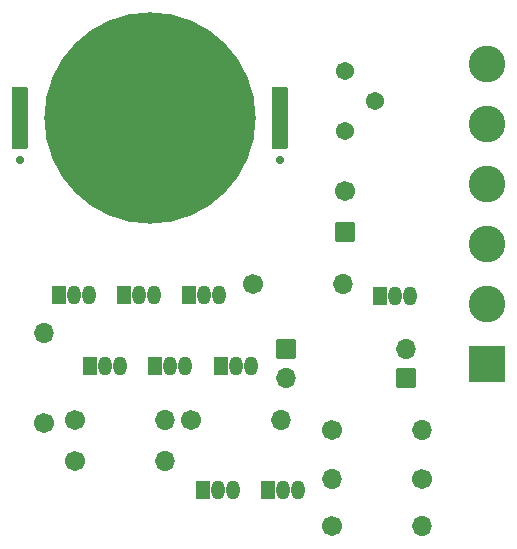
<source format=gbr>
%TF.GenerationSoftware,KiCad,Pcbnew,8.0.9-1.fc41*%
%TF.CreationDate,2025-05-30T14:30:08-05:00*%
%TF.ProjectId,transistor-amp,7472616e-7369-4737-946f-722d616d702e,rev?*%
%TF.SameCoordinates,Original*%
%TF.FileFunction,Soldermask,Bot*%
%TF.FilePolarity,Negative*%
%FSLAX46Y46*%
G04 Gerber Fmt 4.6, Leading zero omitted, Abs format (unit mm)*
G04 Created by KiCad (PCBNEW 8.0.9-1.fc41) date 2025-05-30 14:30:08*
%MOMM*%
%LPD*%
G01*
G04 APERTURE LIST*
G04 Aperture macros list*
%AMRoundRect*
0 Rectangle with rounded corners*
0 $1 Rounding radius*
0 $2 $3 $4 $5 $6 $7 $8 $9 X,Y pos of 4 corners*
0 Add a 4 corners polygon primitive as box body*
4,1,4,$2,$3,$4,$5,$6,$7,$8,$9,$2,$3,0*
0 Add four circle primitives for the rounded corners*
1,1,$1+$1,$2,$3*
1,1,$1+$1,$4,$5*
1,1,$1+$1,$6,$7*
1,1,$1+$1,$8,$9*
0 Add four rect primitives between the rounded corners*
20,1,$1+$1,$2,$3,$4,$5,0*
20,1,$1+$1,$4,$5,$6,$7,0*
20,1,$1+$1,$6,$7,$8,$9,0*
20,1,$1+$1,$8,$9,$2,$3,0*%
G04 Aperture macros list end*
%ADD10RoundRect,0.050800X-0.525000X-0.750000X0.525000X-0.750000X0.525000X0.750000X-0.525000X0.750000X0*%
%ADD11O,1.151600X1.601600*%
%ADD12RoundRect,0.050800X0.800000X-0.800000X0.800000X0.800000X-0.800000X0.800000X-0.800000X-0.800000X0*%
%ADD13C,1.701600*%
%ADD14O,1.701600X1.701600*%
%ADD15RoundRect,0.050800X-0.800000X-0.800000X0.800000X-0.800000X0.800000X0.800000X-0.800000X0.800000X0*%
%ADD16RoundRect,0.050800X0.800000X0.800000X-0.800000X0.800000X-0.800000X-0.800000X0.800000X-0.800000X0*%
%ADD17RoundRect,0.050800X1.500000X-1.500000X1.500000X1.500000X-1.500000X1.500000X-1.500000X-1.500000X0*%
%ADD18C,3.101600*%
%ADD19C,1.541600*%
%ADD20RoundRect,0.050800X-0.635000X-2.540000X0.635000X-2.540000X0.635000X2.540000X-0.635000X2.540000X0*%
%ADD21C,17.901600*%
%ADD22C,0.701600*%
G04 APERTURE END LIST*
D10*
%TO.C,Q8*%
X96460000Y-93000000D03*
D11*
X97730000Y-93000000D03*
X99000000Y-93000000D03*
%TD*%
D12*
%TO.C,C1*%
X108500000Y-71152651D03*
D13*
X108500000Y-67652651D03*
%TD*%
D10*
%TO.C,Q9*%
X111460000Y-76500000D03*
D11*
X112730000Y-76500000D03*
X114000000Y-76500000D03*
%TD*%
D13*
%TO.C,R3*%
X85690000Y-87000000D03*
D14*
X93310000Y-87000000D03*
%TD*%
D10*
%TO.C,Q1*%
X86960000Y-82500000D03*
D11*
X88230000Y-82500000D03*
X89500000Y-82500000D03*
%TD*%
D15*
%TO.C,D2*%
X103500000Y-81000000D03*
D14*
X113660000Y-81000000D03*
%TD*%
D13*
%TO.C,R5*%
X100690000Y-75500000D03*
D14*
X108310000Y-75500000D03*
%TD*%
D16*
%TO.C,D1*%
X113660000Y-83500000D03*
D14*
X103500000Y-83500000D03*
%TD*%
D13*
%TO.C,R7*%
X115000000Y-92000000D03*
D14*
X107380000Y-92000000D03*
%TD*%
D13*
%TO.C,R8*%
X107380000Y-87900000D03*
D14*
X115000000Y-87900000D03*
%TD*%
D10*
%TO.C,Q6*%
X98000000Y-82500000D03*
D11*
X99270000Y-82500000D03*
X100540000Y-82500000D03*
%TD*%
D10*
%TO.C,Q5*%
X95300000Y-76450000D03*
D11*
X96570000Y-76450000D03*
X97840000Y-76450000D03*
%TD*%
D17*
%TO.C,J1*%
X120500000Y-82320000D03*
D18*
X120500000Y-77240000D03*
X120500000Y-72160000D03*
X120500000Y-67080000D03*
X120500000Y-62000000D03*
X120500000Y-56920000D03*
%TD*%
D13*
%TO.C,R4*%
X95500000Y-87000000D03*
D14*
X103120000Y-87000000D03*
%TD*%
D13*
%TO.C,R2*%
X85690000Y-90500000D03*
D14*
X93310000Y-90500000D03*
%TD*%
D10*
%TO.C,Q2*%
X84260000Y-76450000D03*
D11*
X85530000Y-76450000D03*
X86800000Y-76450000D03*
%TD*%
D10*
%TO.C,Q3*%
X89800000Y-76450000D03*
D11*
X91070000Y-76450000D03*
X92340000Y-76450000D03*
%TD*%
D13*
%TO.C,R1*%
X83000000Y-87310000D03*
D14*
X83000000Y-79690000D03*
%TD*%
D10*
%TO.C,Q4*%
X92460000Y-82500000D03*
D11*
X93730000Y-82500000D03*
X95000000Y-82500000D03*
%TD*%
D13*
%TO.C,R6*%
X107380000Y-96000000D03*
D14*
X115000000Y-96000000D03*
%TD*%
D10*
%TO.C,Q7*%
X101960000Y-93000000D03*
D11*
X103230000Y-93000000D03*
X104500000Y-93000000D03*
%TD*%
D19*
%TO.C,RV1*%
X108500000Y-62580000D03*
X111040000Y-60040000D03*
X108500000Y-57500000D03*
%TD*%
D20*
%TO.C,BT2*%
X81030000Y-61500000D03*
X103000000Y-61500000D03*
D21*
X92015000Y-61500000D03*
%TD*%
D22*
X81015000Y-65000000D03*
X103015000Y-65000000D03*
M02*

</source>
